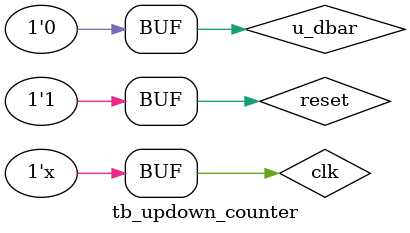
<source format=v>
`timescale 1ns / 1ps


module tb_updown_counter();
    parameter N=4;
    reg clk, reset, u_dbar;
    wire [N-1:0] q;
    
    updown_counter u_updown_counter(.clk (clk), .reset (reset), 
        .u_dbar (u_dbar), .q (q));
    
    always #5 clk = ~clk;
    
    initial begin
        clk = 0; reset = 1; u_dbar = 1; #20;
        reset = 0; #160;
        u_dbar = 0; #16;
        reset = 1;
    end    
       
endmodule

</source>
